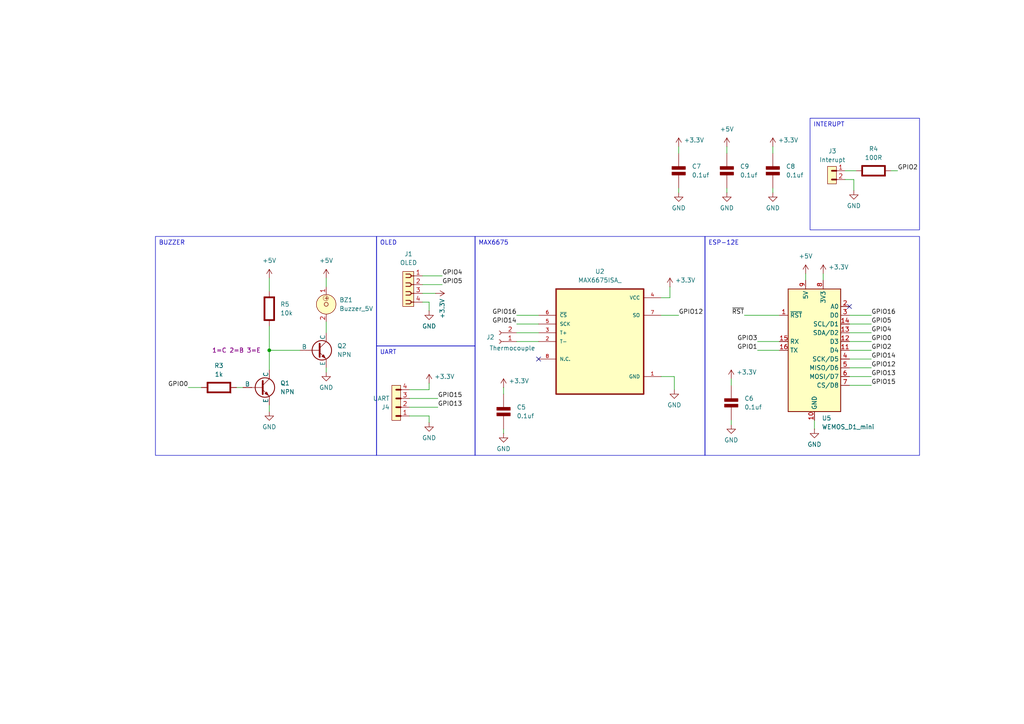
<source format=kicad_sch>
(kicad_sch (version 20250114) (generator "eeschema") (generator_version "9.0")
  (paper "A4")
  (lib_symbols
    (symbol "Connector:Conn_01x02_Socket" (pin_names (offset 1.016) (hide yes))
      (property "Reference" "J" (at 0 2.54 0))
      (property "Value" "Conn_01x02_Socket" (at 0 -5.08 0))
      (symbol "Conn_01x02_Socket_1_1"
        (polyline (pts (xy -1.27 0) (xy -0.508 0)) (stroke (width 0.1524)))
        (polyline (pts (xy -1.27 -2.54) (xy -0.508 -2.54)) (stroke (width 0.1524)))
        (arc (start 0 -0.508) (mid -0.5058 0) (end 0 0.508) (stroke (width 0.1524)))
        (arc (start 0 -3.048) (mid -0.5058 -2.54) (end 0 -2.032) (stroke (width 0.1524)))
        (pin passive line (at -5.08 0 0) (length 3.81) (name "Pin_1") (number "1"))
        (pin passive line (at -5.08 -2.54 0) (length 3.81) (name "Pin_2") (number "2"))
      )
    )
    (symbol "PCM_Elektuur:C" (pin_numbers (hide yes)) (pin_names (offset 0) (hide yes))
      (property "Reference" "C" (at 0.635 3.175 0))
      (property "Value" "C" (at 0.635 -3.175 0))
      (symbol "C_1_1"
        (rectangle (start -1.905 1.1938) (end 1.905 0.4318) (stroke (width 0.254)) (fill (type outline)))
        (rectangle (start -1.905 -0.4318) (end 1.905 -1.1938) (stroke (width 0.254)) (fill (type outline)))
        (pin passive line (at 0 5.08 270) (length 3.8862) (name "+") (number "1"))
        (pin passive line (at 0 -5.08 90) (length 3.8862) (name "-") (number "2"))
      )
      (symbol "C_1_2"
        (polyline (pts (xy -1.905 0.4318) (xy 1.905 0.4318) (xy 1.905 1.4986) (xy -1.905 1.4986) (xy -1.905 0.4318) (xy -1.8034 0.5334) (xy -1.8034 1.397) (xy 1.8034 1.397) (xy 1.8034 0.5334) (xy -1.8034 0.5334) (xy -1.905 0.4318)) (stroke (width 0.254)) (fill (type outline)))
        (polyline (pts (xy -1.905 -1.4986) (xy 1.905 -1.4986) (xy 1.905 -0.4318) (xy -1.905 -0.4318) (xy -1.905 -1.4986) (xy -1.8034 -1.397) (xy -1.8034 -0.5334) (xy 1.8034 -0.5334) (xy 1.8034 -1.397) (xy -1.8034 -1.397) (xy -1.905 -1.4986)) (stroke (width 0.254)) (fill (type outline)))
        (pin passive line (at 0 5.08 270) (length 3.5814) (name "+") (number "1"))
        (pin passive line (at 0 -5.08 90) (length 3.5814) (name "-") (number "2"))
      )
    )
    (symbol "PCM_Elektuur:R" (pin_numbers (hide yes)) (pin_names (offset 0) (hide yes))
      (property "Reference" "R" (at 2.54 3.175 0))
      (property "Value" "R" (at 0 0 90))
      (symbol "R_1_1"
        (polyline (pts (xy -1.524 -3.429) (xy 1.524 -3.429) (xy 1.524 3.429) (xy -1.524 3.429) (xy -1.524 -3.429) (xy -1.27 -3.175) (xy -1.27 3.175) (xy 1.27 3.175) (xy 1.27 -3.175) (xy -1.27 -3.175) (xy -1.524 -3.429)) (stroke (width 0.254)) (fill (type outline)))
        (pin passive line (at 0 5.08 270) (length 1.651) (name "+") (number "1"))
        (pin passive line (at 0 -5.08 90) (length 1.651) (name "-") (number "2"))
      )
      (symbol "R_1_2"
        (polyline (pts (xy -0.508 -3.429) (xy 1.524 -3.429) (xy 1.524 3.429) (xy -0.508 3.429) (xy -0.508 3.175) (xy 1.27 3.175) (xy 1.27 -3.175) (xy -0.508 -3.175) (xy -0.508 -3.429)) (stroke (width 0.254)) (fill (type outline)))
        (pin passive line (at 0 5.08 270) (length 1.651) (name "+") (number "1"))
        (pin passive line (at 0 -5.08 90) (length 1.651) (name "-") (number "2"))
      )
      (symbol "R_1_3"
        (polyline (pts (xy 0 3.4798) (xy 0 3.2004) (xy 0.7112 2.794) (xy -1.1938 1.6764) (xy 0.7112 0.5588) (xy -1.1938 -0.5588) (xy 0.7112 -1.6764) (xy -1.1938 -2.794) (xy 0 -3.4798) (xy 0 -3.2004) (xy -0.7112 -2.794) (xy 1.1938 -1.6764) (xy -0.7112 -0.5588) (xy 1.1938 0.5588) (xy -0.7112 1.6764) (xy 1.1938 2.794) (xy 0 3.4798)) (stroke (width 0.254)) (fill (type outline)))
        (pin passive line (at 0 5.08 270) (length 1.6002) (name "+") (number "1"))
        (pin passive line (at 0 -5.08 90) (length 1.6002) (name "-") (number "2"))
      )
      (symbol "R_1_4"
        (polyline (pts (xy 0 4.5466) (xy 0 4.2672) (xy 0.0508 4.2418) (xy 1.016 3.683) (xy -1.524 2.2098) (xy 1.016 0.7366) (xy -1.524 -0.7366) (xy 1.016 -2.2098) (xy -1.524 -3.683) (xy -0.0762 -4.5212) (xy 0 -4.5466) (xy 0 -4.2672) (xy -0.0508 -4.2418) (xy -1.016 -3.683) (xy 1.524 -2.2098) (xy -1.016 -0.7366) (xy 1.524 0.7366) (xy -1.016 2.2098) (xy 1.524 3.683) (xy 0.0762 4.5212) (xy 0 4.5466)) (stroke (width 0.254)) (fill (type outline)))
        (pin passive line (at 0 5.08 270) (length 0.5334) (name "+") (number "1"))
        (pin passive line (at 0 -5.08 90) (length 0.5334) (name "-") (number "2"))
      )
    )
    (symbol "PCM_SL_Devices:Buzzer_5V"
      (property "Reference" "BZ" (at 0 7.62 0))
      (property "Value" "Buzzer_5V" (at 0 5.08 0))
      (symbol "Buzzer_5V_0_0"
        (circle (center -1.778 -0.127) (radius 0.7405) (stroke (width 0.07)))
        (text "+" (at -1.778 0 0) (effects (font (size 1.27 1.27))))
      )
      (symbol "Buzzer_5V_0_1"
        (circle (center 0 0) (radius 0.568))
        (circle (center 0 0) (radius 2.8398) (fill (type background)))
      )
      (symbol "Buzzer_5V_1_1"
        (pin passive line (at -5.08 0 0) (length 2.2) (name "") (number "1"))
        (pin passive line (at 5.08 0 180) (length 2.2) (name "") (number "2"))
      )
    )
    (symbol "PCM_SL_Pin_Headers:PINHD_1x2_Male"
      (property "Reference" "J" (at 0 6.35 0))
      (property "Value" "PINHD_1x2_Male" (at 0 3.81 0))
      (symbol "PINHD_1x2_Male_0_1"
        (rectangle (start -1.27 2.54) (end 1.27 -2.54) (fill (type background)))
        (polyline (pts (xy -1.27 1.27) (xy 0 1.27)) (stroke (width 0.3)))
        (polyline (pts (xy -1.27 1.27) (xy 0 1.27)) (stroke (width 0.5)))
        (polyline (pts (xy -1.27 -1.27) (xy 0 -1.27)) (stroke (width 0.3)))
        (polyline (pts (xy -1.27 -1.27) (xy 0 -1.27)) (stroke (width 0.5)))
      )
      (symbol "PINHD_1x2_Male_1_1"
        (pin passive line (at -3.81 1.27 0) (length 2.54) (name "") (number "1"))
        (pin passive line (at -3.81 -1.27 0) (length 2.54) (name "") (number "2"))
      )
    )
    (symbol "PCM_SL_Pin_Headers:PINHD_1x4_Female"
      (property "Reference" "J" (at 0 10.16 0))
      (property "Value" "PINHD_1x4_Female" (at 0 7.62 0))
      (symbol "PINHD_1x4_Female_0_1"
        (rectangle (start -1.27 5.08) (end 1.905 -5.08) (fill (type background)))
        (polyline (pts (xy -1.27 3.81) (xy -0.508 3.81)) (stroke (width 0.25)))
        (polyline (pts (xy -1.27 1.27) (xy -0.508 1.27)) (stroke (width 0.25)))
        (polyline (pts (xy -1.27 -1.27) (xy -0.508 -1.27)) (stroke (width 0.25)))
        (polyline (pts (xy -1.27 -3.81) (xy -0.508 -3.81)) (stroke (width 0.25)))
        (polyline (pts (xy 0 4.318) (xy 1.016 4.318)) (stroke (width 0.25)))
        (arc (start -0.508 3.81) (mid -0.3592 4.1692) (end 0 4.318) (stroke (width 0.25)))
        (arc (start 0 3.302) (mid -0.3592 3.4508) (end -0.508 3.81) (stroke (width 0.25)))
        (polyline (pts (xy 0 3.302) (xy 1.016 3.302)) (stroke (width 0.25)))
        (polyline (pts (xy 0 1.778) (xy 1.016 1.778)) (stroke (width 0.25)))
        (arc (start -0.508 1.27) (mid -0.3592 1.6292) (end 0 1.778) (stroke (width 0.25)))
        (arc (start 0 0.762) (mid -0.3592 0.9108) (end -0.508 1.27) (stroke (width 0.25)))
        (polyline (pts (xy 0 0.762) (xy 1.016 0.762)) (stroke (width 0.25)))
        (polyline (pts (xy 0 -0.762) (xy 1.016 -0.762)) (stroke (width 0.25)))
        (arc (start -0.508 -1.27) (mid -0.3592 -0.9108) (end 0 -0.762) (stroke (width 0.25)))
        (arc (start 0 -1.778) (mid -0.3592 -1.6292) (end -0.508 -1.27) (stroke (width 0.25)))
        (polyline (pts (xy 0 -1.778) (xy 1.016 -1.778)) (stroke (width 0.25)))
        (polyline (pts (xy 0 -3.302) (xy 1.016 -3.302)) (stroke (width 0.25)))
        (arc (start -0.508 -3.81) (mid -0.3592 -3.4508) (end 0 -3.302) (stroke (width 0.25)))
        (arc (start 0 -4.318) (mid -0.3592 -4.1692) (end -0.508 -3.81) (stroke (width 0.25)))
        (polyline (pts (xy 0 -4.318) (xy 1.016 -4.318)) (stroke (width 0.25)))
      )
      (symbol "PINHD_1x4_Female_1_1"
        (pin passive line (at -3.81 3.81 0) (length 2.54) (name "") (number "1"))
        (pin passive line (at -3.81 1.27 0) (length 2.54) (name "") (number "2"))
        (pin passive line (at -3.81 -1.27 0) (length 2.54) (name "") (number "3"))
        (pin passive line (at -3.81 -3.81 0) (length 2.54) (name "") (number "4"))
      )
    )
    (symbol "PCM_SL_Pin_Headers:PINHD_1x4_Male"
      (property "Reference" "J" (at 0 8.89 0))
      (property "Value" "PINHD_1x4_Male" (at 0 6.35 0))
      (symbol "PINHD_1x4_Male_0_1"
        (rectangle (start -1.27 5.08) (end 1.27 -5.08) (fill (type background)))
        (polyline (pts (xy -1.27 3.81) (xy 0 3.81)) (stroke (width 0.3)))
        (polyline (pts (xy -1.27 3.81) (xy 0 3.81)) (stroke (width 0.5)))
        (polyline (pts (xy -1.27 1.27) (xy 0 1.27)) (stroke (width 0.3)))
        (polyline (pts (xy -1.27 1.27) (xy 0 1.27)) (stroke (width 0.5)))
        (polyline (pts (xy -1.27 -1.27) (xy 0 -1.27)) (stroke (width 0.3)))
        (polyline (pts (xy -1.27 -1.27) (xy 0 -1.27)) (stroke (width 0.5)))
        (polyline (pts (xy -1.27 -3.81) (xy 0 -3.81)) (stroke (width 0.3)))
        (polyline (pts (xy -1.27 -3.81) (xy 0 -3.81)) (stroke (width 0.5)))
      )
      (symbol "PINHD_1x4_Male_1_1"
        (pin passive line (at -3.81 3.81 0) (length 2.54) (name "") (number "1"))
        (pin passive line (at -3.81 1.27 0) (length 2.54) (name "") (number "2"))
        (pin passive line (at -3.81 -1.27 0) (length 2.54) (name "") (number "3"))
        (pin passive line (at -3.81 -3.81 0) (length 2.54) (name "") (number "4"))
      )
    )
    (symbol "RF_Module:WEMOS_D1_mini"
      (property "Reference" "U" (at 3.81 19.05 0))
      (property "Value" "WEMOS_D1_mini" (at 1.27 -19.05 0))
      (symbol "WEMOS_D1_mini_1_1"
        (rectangle (start -7.62 17.78) (end 7.62 -17.78) (stroke (width 0.254)) (fill (type background)))
        (pin input line (at -10.16 10.16 0) (length 2.54) (name "~{RST}") (number "1"))
        (pin input line (at -10.16 2.54 0) (length 2.54) (name "RX") (number "15"))
        (pin output line (at -10.16 0 0) (length 2.54) (name "TX") (number "16"))
        (pin power_in line (at -2.54 20.32 270) (length 2.54) (name "5V") (number "9"))
        (pin power_in line (at 0 -20.32 90) (length 2.54) (name "GND") (number "10"))
        (pin power_out line (at 2.54 20.32 270) (length 2.54) (name "3V3") (number "8"))
        (pin input line (at 10.16 12.7 180) (length 2.54) (name "A0") (number "2"))
        (pin bidirectional line (at 10.16 10.16 180) (length 2.54) (name "D0") (number "3"))
        (pin bidirectional line (at 10.16 7.62 180) (length 2.54) (name "SCL/D1") (number "14"))
        (pin bidirectional line (at 10.16 5.08 180) (length 2.54) (name "SDA/D2") (number "13"))
        (pin bidirectional line (at 10.16 2.54 180) (length 2.54) (name "D3") (number "12"))
        (pin bidirectional line (at 10.16 0 180) (length 2.54) (name "D4") (number "11"))
        (pin bidirectional line (at 10.16 -2.54 180) (length 2.54) (name "SCK/D5") (number "4"))
        (pin bidirectional line (at 10.16 -5.08 180) (length 2.54) (name "MISO/D6") (number "5"))
        (pin bidirectional line (at 10.16 -7.62 180) (length 2.54) (name "MOSI/D7") (number "6"))
        (pin bidirectional line (at 10.16 -10.16 180) (length 2.54) (name "CS/D8") (number "7"))
      )
    )
    (symbol "Simulation_SPICE:NPN" (pin_numbers (hide yes)) (pin_names (offset 0))
      (property "Reference" "Q" (at -2.54 7.62 0))
      (property "Value" "NPN" (at -2.54 5.08 0))
      (symbol "NPN_0_1"
        (polyline (pts (xy -2.54 0) (xy 0.635 0)) (stroke (width 0.1524)))
        (polyline (pts (xy 0.635 1.905) (xy 0.635 -1.905) (xy 0.635 -1.905)) (stroke (width 0.508)))
        (polyline (pts (xy 0.635 0.635) (xy 2.54 2.54)))
        (polyline (pts (xy 0.635 -0.635) (xy 2.54 -2.54) (xy 2.54 -2.54)))
        (circle (center 1.27 0) (radius 2.8194) (stroke (width 0.254)))
        (polyline (pts (xy 1.27 -1.778) (xy 1.778 -1.27) (xy 2.286 -2.286) (xy 1.27 -1.778) (xy 1.27 -1.778)) (fill (type outline)))
        (polyline (pts (xy 2.794 -1.27) (xy 2.794 -1.27)) (stroke (width 0.1524)))
        (polyline (pts (xy 2.794 -1.27) (xy 2.794 -1.27)) (stroke (width 0.1524)))
      )
      (symbol "NPN_1_1"
        (pin input line (at -5.08 0 0) (length 2.54) (name "B") (number "2"))
        (pin open_collector line (at 2.54 5.08 270) (length 2.54) (name "C") (number "1"))
        (pin open_emitter line (at 2.54 -5.08 90) (length 2.54) (name "E") (number "3"))
      )
    )
    (symbol "Snapeda:MAX6675ISA_" (pin_names (offset 1.016))
      (property "Reference" "U" (at -12.7 16.24 0))
      (property "Value" "MAX6675ISA_" (at -12.7 -19.24 0))
      (symbol "MAX6675ISA__0_0"
        (rectangle (start -12.7 -15.24) (end 12.7 15.24) (stroke (width 0.41)) (fill (type background)))
        (pin input line (at -17.78 7.62 0) (length 5.08) (name "~{CS}") (number "6"))
        (pin input line (at -17.78 5.08 0) (length 5.08) (name "SCK") (number "5"))
        (pin input line (at -17.78 2.54 0) (length 5.08) (name "T+") (number "3"))
        (pin input line (at -17.78 0 0) (length 5.08) (name "T-") (number "2"))
        (pin bidirectional line (at -17.78 -5.08 0) (length 5.08) (name "N.C.") (number "8"))
        (pin power_in line (at 17.78 12.7 180) (length 5.08) (name "VCC") (number "4"))
        (pin output line (at 17.78 7.62 180) (length 5.08) (name "SO") (number "7"))
        (pin power_in line (at 17.78 -10.16 180) (length 5.08) (name "GND") (number "1"))
      )
    )
    (symbol "power:+3.3V" (power) (pin_numbers (hide yes)) (pin_names (offset 0) (hide yes))
      (property "Value" "+3.3V" (at 0 3.556 0))
      (symbol "+3.3V_0_1"
        (polyline (pts (xy -0.762 1.27) (xy 0 2.54)))
        (polyline (pts (xy 0 2.54) (xy 0.762 1.27)))
        (polyline (pts (xy 0 0) (xy 0 2.54)))
      )
      (symbol "+3.3V_1_1"
        (pin power_in line (at 0 0 90) (length 0) (name "~") (number "1"))
      )
    )
    (symbol "power:+5V" (power) (pin_numbers (hide yes)) (pin_names (offset 0) (hide yes))
      (property "Value" "+5V" (at 0 3.556 0))
      (symbol "+5V_0_1"
        (polyline (pts (xy -0.762 1.27) (xy 0 2.54)))
        (polyline (pts (xy 0 2.54) (xy 0.762 1.27)))
        (polyline (pts (xy 0 0) (xy 0 2.54)))
      )
      (symbol "+5V_1_1"
        (pin power_in line (at 0 0 90) (length 0) (name "~") (number "1"))
      )
    )
    (symbol "power:GND" (power) (pin_numbers (hide yes)) (pin_names (offset 0) (hide yes))
      (property "Value" "GND" (at 0 -3.81 0))
      (symbol "GND_0_1"
        (polyline (pts (xy 0 0) (xy 0 -1.27) (xy 1.27 -1.27) (xy 0 -2.54) (xy -1.27 -1.27) (xy 0 -1.27)))
      )
      (symbol "GND_1_1"
        (pin power_in line (at 0 0 270) (length 0) (name "~") (number "1"))
      )
    )
  )
  (text_box "UART" (at 109.22 100.33 0) (size 28.575 31.75) (margins 0.9525 0.9525 0.9525 0.9525) (effects (font (size 1.27 1.27)) (justify left top)))
  (text_box "BUZZER" (at 45.085 68.58 0) (size 64.135 63.5) (margins 0.9525 0.9525 0.9525 0.9525) (effects (font (size 1.27 1.27)) (justify left top)))
  (text_box "MAX6675" (at 137.795 68.58 0) (size 66.675 63.5) (margins 0.9525 0.9525 0.9525 0.9525) (effects (font (size 1.27 1.27)) (justify left top)))
  (text_box "INTERUPT" (at 234.95 34.29 0) (size 31.75 32.385) (margins 0.9525 0.9525 0.9525 0.9525) (effects (font (size 1.27 1.27)) (justify left top)))
  (text_box "ESP-12E" (at 204.47 68.58 0) (size 62.23 63.5) (margins 0.9525 0.9525 0.9525 0.9525) (effects (font (size 1.27 1.27)) (justify left top)))
  (text_box "OLED\n" (at 109.22 68.58 0) (size 28.575 31.75) (margins 0.9525 0.9525 0.9525 0.9525) (effects (font (size 1.27 1.27)) (justify left top)))
  (junction (at 78.105 101.6))
  (no_connect (at 156.21 104.14))
  (no_connect (at 246.38 88.9))
  (wire (pts (xy 124.46 113.03) (xy 124.46 111.125)))
  (wire (pts (xy 194.31 86.36) (xy 194.31 83.185)))
  (wire (pts (xy 195.58 109.22) (xy 191.77 109.22)))
  (wire (pts (xy 215.9 91.44) (xy 226.06 91.44)))
  (wire (pts (xy 78.105 101.6) (xy 86.995 101.6)))
  (wire (pts (xy 149.86 91.44) (xy 156.21 91.44)))
  (wire (pts (xy 94.615 83.185) (xy 94.615 80.645)))
  (wire (pts (xy 124.46 87.63) (xy 122.555 87.63)))
  (wire (pts (xy 247.65 55.245) (xy 247.65 52.07)))
  (wire (pts (xy 246.38 99.06) (xy 252.73 99.06)))
  (wire (pts (xy 246.38 106.68) (xy 252.73 106.68)))
  (wire (pts (xy 246.38 96.52) (xy 252.73 96.52)))
  (wire (pts (xy 118.745 118.11) (xy 127 118.11)))
  (wire (pts (xy 54.61 112.395) (xy 58.42 112.395)))
  (wire (pts (xy 246.38 101.6) (xy 252.73 101.6)))
  (wire (pts (xy 233.68 79.375) (xy 233.68 81.28)))
  (wire (pts (xy 124.46 90.17) (xy 124.46 87.63)))
  (wire (pts (xy 224.155 42.545) (xy 224.155 44.45)))
  (wire (pts (xy 247.65 52.07) (xy 245.11 52.07)))
  (wire (pts (xy 122.555 80.01) (xy 128.27 80.01)))
  (wire (pts (xy 212.09 109.855) (xy 212.09 111.76)))
  (wire (pts (xy 149.86 96.52) (xy 156.21 96.52)))
  (wire (pts (xy 226.06 101.6) (xy 219.71 101.6)))
  (wire (pts (xy 149.86 99.06) (xy 156.21 99.06)))
  (wire (pts (xy 118.745 115.57) (xy 127 115.57)))
  (wire (pts (xy 122.555 85.09) (xy 126.365 85.09)))
  (wire (pts (xy 149.86 93.98) (xy 156.21 93.98)))
  (wire (pts (xy 245.11 49.53) (xy 248.285 49.53)))
  (wire (pts (xy 195.58 113.03) (xy 195.58 109.22)))
  (wire (pts (xy 191.77 86.36) (xy 194.31 86.36)))
  (wire (pts (xy 146.05 124.46) (xy 146.05 125.73)))
  (wire (pts (xy 236.22 121.92) (xy 236.22 124.46)))
  (wire (pts (xy 224.155 54.61) (xy 224.155 55.88)))
  (wire (pts (xy 238.76 79.375) (xy 238.76 81.28)))
  (wire (pts (xy 210.82 42.545) (xy 210.82 44.45)))
  (wire (pts (xy 226.06 99.06) (xy 219.71 99.06)))
  (wire (pts (xy 212.09 121.92) (xy 212.09 123.19)))
  (wire (pts (xy 118.745 120.65) (xy 124.46 120.65)))
  (wire (pts (xy 246.38 111.76) (xy 252.73 111.76)))
  (wire (pts (xy 124.46 122.555) (xy 124.46 120.65)))
  (wire (pts (xy 94.615 93.345) (xy 94.615 96.52)))
  (wire (pts (xy 191.77 91.44) (xy 196.85 91.44)))
  (wire (pts (xy 146.05 112.395) (xy 146.05 114.3)))
  (wire (pts (xy 246.38 109.22) (xy 252.73 109.22)))
  (wire (pts (xy 196.85 54.61) (xy 196.85 55.88)))
  (wire (pts (xy 78.105 94.615) (xy 78.105 101.6)))
  (wire (pts (xy 246.38 93.98) (xy 252.73 93.98)))
  (wire (pts (xy 210.82 54.61) (xy 210.82 55.88)))
  (wire (pts (xy 78.105 117.475) (xy 78.105 119.38)))
  (wire (pts (xy 68.58 112.395) (xy 70.485 112.395)))
  (wire (pts (xy 122.555 82.55) (xy 128.27 82.55)))
  (wire (pts (xy 246.38 104.14) (xy 252.73 104.14)))
  (wire (pts (xy 94.615 106.68) (xy 94.615 107.95)))
  (wire (pts (xy 246.38 91.44) (xy 252.73 91.44)))
  (wire (pts (xy 118.745 113.03) (xy 124.46 113.03)))
  (wire (pts (xy 258.445 49.53) (xy 260.35 49.53)))
  (wire (pts (xy 78.105 80.645) (xy 78.105 84.455)))
  (wire (pts (xy 196.85 42.545) (xy 196.85 44.45)))
  (wire (pts (xy 78.105 101.6) (xy 78.105 107.315)))
  (label "GPIO14" (at 252.73 104.14 0))
  (label "GPIO13" (at 127 118.11 0))
  (label "~{RST}" (at 215.9 91.44 180))
  (label "GPIO15" (at 252.73 111.76 0))
  (label "GPIO3" (at 219.71 99.06 180))
  (label "GPIO16" (at 252.73 91.44 0))
  (label "GPIO4" (at 128.27 80.01 0))
  (label "GPIO2" (at 260.35 49.53 0))
  (label "GPIO15" (at 127 115.57 0))
  (label "GPIO16" (at 149.86 91.44 180))
  (label "GPIO2" (at 252.73 101.6 0))
  (label "GPIO12" (at 252.73 106.68 0))
  (label "GPIO5" (at 128.27 82.55 0))
  (label "GPIO0" (at 54.61 112.395 180))
  (label "GPIO13" (at 252.73 109.22 0))
  (label "GPIO14" (at 149.86 93.98 180))
  (label "GPIO0" (at 252.73 99.06 0))
  (label "GPIO12" (at 196.85 91.44 0))
  (label "GPIO5" (at 252.73 93.98 0))
  (label "GPIO4" (at 252.73 96.52 0))
  (label "GPIO1" (at 219.71 101.6 180))
  (symbol (lib_id "PCM_Elektuur:R") (at 78.105 89.535 180) (unit 1)
    (property "Reference" "R5" (at 81.28 88.2649 0) (effects (justify right)))
    (property "Value" "10k" (at 81.28 90.8049 0) (effects (justify right)))
    (property "Footprint" "Resistor_THT:R_Axial_DIN0207_L6.3mm_D2.5mm_P10.16mm_Horizontal" (effects (hide yes)))
    (property "Description" "resistor" (effects (hide yes)))
    (property "Indicator" "+" (effects (hide yes)))
    (property "Rating" "W" (effects (hide yes)))
  )
  (symbol (lib_id "PCM_Elektuur:C") (at 224.155 49.53 0) (unit 1)
    (property "Reference" "C8" (at 227.965 48.2599 0) (effects (justify left)))
    (property "Value" "0.1uf" (at 227.965 50.7999 0) (effects (justify left)))
    (property "Footprint" "Capacitor_SMD:C_1206_3216Metric_Pad1.33x1.80mm_HandSolder" (effects (hide yes)))
    (property "Description" "capacitor, non-polarized/bipolar" (effects (hide yes)))
    (property "Indicator" "+" (effects (hide yes)))
    (property "Rating" "V" (effects (hide yes)))
  )
  (symbol (lib_id "power:+5V") (at 210.82 42.545 0) (unit 1)
    (property "Reference" "#PWR03" (effects (hide yes)))
    (property "Value" "+5V" (at 210.82 37.465 0))
    (property "Description" "Power symbol creates a global label with name \"+5V\"" (effects (hide yes)))
  )
  (symbol (lib_id "Connector:Conn_01x02_Socket") (at 144.78 99.06 180) (unit 1)
    (property "Reference" "J2" (at 142.24 97.79 0))
    (property "Value" "Thermocouple" (at 148.59 100.965 0))
    (property "Footprint" "TerminalBlock_MetzConnect:TerminalBlock_MetzConnect_Type175_RT02702HBLC_1x02_P7.50mm_Horizontal" (effects (hide yes)))
    (property "Description" "Generic connector, single row, 01x02, script generated" (effects (hide yes)))
  )
  (symbol (lib_id "power:+3.3V") (at 124.46 111.125 0) (unit 1)
    (property "Reference" "#PWR09" (effects (hide yes)))
    (property "Value" "+3.3V" (at 128.905 109.22 0))
    (property "Description" "Power symbol creates a global label with name \"+3.3V\"" (effects (hide yes)))
  )
  (symbol (lib_id "RF_Module:WEMOS_D1_mini") (at 236.22 101.6 0) (unit 1)
    (property "Reference" "U5" (at 238.3633 121.285 0) (effects (justify left)))
    (property "Value" "WEMOS_D1_mini" (at 238.3633 123.825 0) (effects (justify left)))
    (property "Footprint" "RF_Module:WEMOS_D1_mini_light" (effects (hide yes)))
    (property "Datasheet" "https://wiki.wemos.cc/products:d1:d1_mini#documentation" (effects (hide yes)))
    (property "Description" "32-bit microcontroller module with WiFi" (effects (hide yes)))
  )
  (symbol (lib_id "power:GND") (at 224.155 55.88 0) (mirror y) (unit 1)
    (property "Reference" "#PWR027" (effects (hide yes)))
    (property "Value" "GND" (at 224.155 60.325 0))
    (property "Description" "Power symbol creates a global label with name \"GND\" , ground" (effects (hide yes)))
  )
  (symbol (lib_id "Simulation_SPICE:NPN") (at 75.565 112.395 0) (unit 1)
    (property "Reference" "Q1" (at 81.28 111.1249 0) (effects (justify left)))
    (property "Value" "NPN" (at 81.28 113.6649 0) (effects (justify left)))
    (property "Footprint" "Package_TO_SOT_SMD:SOT-23-3" (effects (hide yes)))
    (property "Datasheet" "https://ngspice.sourceforge.io/docs/ngspice-html-manual/manual.xhtml#cha_BJTs" (effects (hide yes)))
    (property "Description" "Bipolar transistor symbol for simulation only, substrate tied to the emitter" (effects (hide yes)))
    (property "Sim.Device" "NPN" (effects (hide yes)))
    (property "Sim.Type" "GUMMELPOON" (effects (hide yes)))
    (property "Sim.Pins" "1=C 2=B 3=E" (at 68.58 101.6 0))
  )
  (symbol (lib_id "power:GND") (at 236.22 124.46 0) (mirror y) (unit 1)
    (property "Reference" "#PWR02" (effects (hide yes)))
    (property "Value" "GND" (at 236.22 128.905 0))
    (property "Description" "Power symbol creates a global label with name \"GND\" , ground" (effects (hide yes)))
  )
  (symbol (lib_id "Simulation_SPICE:NPN") (at 92.075 101.6 0) (unit 1)
    (property "Reference" "Q2" (at 97.79 100.3299 0) (effects (justify left)))
    (property "Value" "NPN" (at 97.79 102.8699 0) (effects (justify left)))
    (property "Footprint" "Package_TO_SOT_SMD:SOT-23-3" (effects (hide yes)))
    (property "Datasheet" "https://ngspice.sourceforge.io/docs/ngspice-html-manual/manual.xhtml#cha_BJTs" (effects (hide yes)))
    (property "Description" "Bipolar transistor symbol for simulation only, substrate tied to the emitter" (effects (hide yes)))
    (property "Sim.Device" "NPN" (effects (hide yes)))
    (property "Sim.Type" "GUMMELPOON" (effects (hide yes)))
    (property "Sim.Pins" "1=C 2=B 3=E" (effects (hide yes)))
  )
  (symbol (lib_id "power:GND") (at 210.82 55.88 0) (mirror y) (unit 1)
    (property "Reference" "#PWR029" (effects (hide yes)))
    (property "Value" "GND" (at 210.82 60.325 0))
    (property "Description" "Power symbol creates a global label with name \"GND\" , ground" (effects (hide yes)))
  )
  (symbol (lib_id "PCM_Elektuur:R") (at 63.5 112.395 90) (unit 1)
    (property "Reference" "R3" (at 63.5 106.045 90))
    (property "Value" "1k" (at 63.5 108.585 90))
    (property "Footprint" "Resistor_SMD:R_1206_3216Metric_Pad1.30x1.75mm_HandSolder" (effects (hide yes)))
    (property "Description" "resistor" (effects (hide yes)))
    (property "Indicator" "+" (effects (hide yes)))
    (property "Rating" "W" (effects (hide yes)))
  )
  (symbol (lib_id "PCM_Elektuur:R") (at 253.365 49.53 90) (unit 1)
    (property "Reference" "R4" (at 253.365 43.18 90))
    (property "Value" "100R" (at 253.365 45.72 90))
    (property "Footprint" "Resistor_THT:R_Axial_DIN0207_L6.3mm_D2.5mm_P10.16mm_Horizontal" (effects (hide yes)))
    (property "Description" "resistor" (effects (hide yes)))
    (property "Indicator" "+" (effects (hide yes)))
    (property "Rating" "W" (effects (hide yes)))
  )
  (symbol (lib_id "power:+5V") (at 233.68 79.375 0) (unit 1)
    (property "Reference" "#PWR01" (effects (hide yes)))
    (property "Value" "+5V" (at 233.68 74.295 0))
    (property "Description" "Power symbol creates a global label with name \"+5V\"" (effects (hide yes)))
  )
  (symbol (lib_id "Snapeda:MAX6675ISA_") (at 173.99 99.06 0) (unit 1)
    (property "Reference" "U2" (at 173.99 78.74 0))
    (property "Value" "MAX6675ISA_" (at 173.99 81.28 0))
    (property "Footprint" "Snapeda:MAX6675ISA__SOIC127P600X175-8N" (effects (hide yes)))
    (property "MF" "Analog Devices" (effects (hide yes)))
    (property "Description_1" "IC CONV THERMO TO DIGITAL 8SOIC" (effects (hide yes)))
    (property "Package" "SOIC-8 Maxim" (effects (hide yes)))
    (property "Price" "None" (effects (hide yes)))
    (property "SnapEDA_Link" "https://www.snapeda.com/parts/MAX6675ISA/Analog+Devices/view-part/?ref=snap" (effects (hide yes)))
    (property "MP" "MAX6675ISA" (effects (hide yes)))
    (property "Availability" "In Stock" (effects (hide yes)))
    (property "Check_prices" "https://www.snapeda.com/parts/MAX6675ISA/Analog+Devices/view-part/?ref=eda" (effects (hide yes)))
  )
  (symbol (lib_id "power:+5V") (at 78.105 80.645 0) (unit 1)
    (property "Reference" "#PWR018" (effects (hide yes)))
    (property "Value" "+5V" (at 78.105 75.565 0))
    (property "Description" "Power symbol creates a global label with name \"+5V\"" (effects (hide yes)))
  )
  (symbol (lib_id "power:GND") (at 124.46 90.17 0) (mirror y) (unit 1)
    (property "Reference" "#PWR08" (effects (hide yes)))
    (property "Value" "GND" (at 124.46 94.615 0))
    (property "Description" "Power symbol creates a global label with name \"GND\" , ground" (effects (hide yes)))
  )
  (symbol (lib_id "power:GND") (at 94.615 107.95 0) (mirror y) (unit 1)
    (property "Reference" "#PWR012" (effects (hide yes)))
    (property "Value" "GND" (at 94.615 112.395 0))
    (property "Description" "Power symbol creates a global label with name \"GND\" , ground" (effects (hide yes)))
  )
  (symbol (lib_id "PCM_SL_Devices:Buzzer_5V") (at 94.615 88.265 270) (unit 1)
    (property "Reference" "BZ1" (at 98.425 86.9949 90) (effects (justify left)))
    (property "Value" "Buzzer_5V" (at 98.425 89.5349 90) (effects (justify left)))
    (property "Footprint" "Buzzer_Beeper:Buzzer_12x9.5RM7.6" (effects (hide yes)))
    (property "Description" "Buzzer 5V" (effects (hide yes)))
  )
  (symbol (lib_id "PCM_Elektuur:C") (at 212.09 116.84 0) (unit 1)
    (property "Reference" "C6" (at 215.9 115.5699 0) (effects (justify left)))
    (property "Value" "0.1uf" (at 215.9 118.1099 0) (effects (justify left)))
    (property "Footprint" "Capacitor_SMD:C_1206_3216Metric_Pad1.33x1.80mm_HandSolder" (effects (hide yes)))
    (property "Description" "capacitor, non-polarized/bipolar" (effects (hide yes)))
    (property "Indicator" "+" (effects (hide yes)))
    (property "Rating" "V" (effects (hide yes)))
  )
  (symbol (lib_id "power:GND") (at 78.105 119.38 0) (mirror y) (unit 1)
    (property "Reference" "#PWR011" (effects (hide yes)))
    (property "Value" "GND" (at 78.105 123.825 0))
    (property "Description" "Power symbol creates a global label with name \"GND\" , ground" (effects (hide yes)))
  )
  (symbol (lib_id "power:GND") (at 195.58 113.03 0) (mirror y) (unit 1)
    (property "Reference" "#PWR06" (effects (hide yes)))
    (property "Value" "GND" (at 195.58 117.475 0))
    (property "Description" "Power symbol creates a global label with name \"GND\" , ground" (effects (hide yes)))
  )
  (symbol (lib_id "power:+5V") (at 94.615 80.645 0) (unit 1)
    (property "Reference" "#PWR017" (effects (hide yes)))
    (property "Value" "+5V" (at 94.615 75.565 0))
    (property "Description" "Power symbol creates a global label with name \"+5V\"" (effects (hide yes)))
  )
  (symbol (lib_id "power:GND") (at 146.05 125.73 0) (mirror y) (unit 1)
    (property "Reference" "#PWR020" (effects (hide yes)))
    (property "Value" "GND" (at 146.05 130.175 0))
    (property "Description" "Power symbol creates a global label with name \"GND\" , ground" (effects (hide yes)))
  )
  (symbol (lib_id "PCM_SL_Pin_Headers:PINHD_1x2_Male") (at 241.3 50.8 0) (mirror y) (unit 1)
    (property "Reference" "J3" (at 241.425 43.815 0))
    (property "Value" "Interupt" (at 241.425 46.355 0))
    (property "Footprint" "Connector_PinHeader_2.54mm:PinHeader_1x02_P2.54mm_Vertical" (effects (hide yes)))
    (property "Description" "Pin Header male with pin space 2.54mm. Pin Count -2" (effects (hide yes)))
  )
  (symbol (lib_id "power:+3.3V") (at 224.155 42.545 0) (unit 1)
    (property "Reference" "#PWR026" (effects (hide yes)))
    (property "Value" "+3.3V" (at 228.6 40.64 0))
    (property "Description" "Power symbol creates a global label with name \"+3.3V\"" (effects (hide yes)))
  )
  (symbol (lib_id "power:GND") (at 124.46 122.555 0) (mirror y) (unit 1)
    (property "Reference" "#PWR010" (effects (hide yes)))
    (property "Value" "GND" (at 124.46 127 0))
    (property "Description" "Power symbol creates a global label with name \"GND\" , ground" (effects (hide yes)))
  )
  (symbol (lib_id "PCM_SL_Pin_Headers:PINHD_1x4_Male") (at 114.935 116.84 180) (unit 1)
    (property "Reference" "J4" (at 113.03 118.1101 0) (effects (justify left)))
    (property "Value" "UART" (at 113.03 115.5701 0) (effects (justify left)))
    (property "Footprint" "Connector_PinHeader_2.54mm:PinHeader_1x04_P2.54mm_Vertical" (effects (hide yes)))
    (property "Description" "Pin Header male with pin space 2.54mm. Pin Count -4" (effects (hide yes)))
  )
  (symbol (lib_id "power:+3.3V") (at 196.85 42.545 0) (unit 1)
    (property "Reference" "#PWR024" (effects (hide yes)))
    (property "Value" "+3.3V" (at 201.295 40.64 0))
    (property "Description" "Power symbol creates a global label with name \"+3.3V\"" (effects (hide yes)))
  )
  (symbol (lib_id "power:+3.3V") (at 126.365 85.09 270) (unit 1)
    (property "Reference" "#PWR07" (effects (hide yes)))
    (property "Value" "+3.3V" (at 128.27 89.535 0))
    (property "Description" "Power symbol creates a global label with name \"+3.3V\"" (effects (hide yes)))
  )
  (symbol (lib_id "PCM_Elektuur:C") (at 196.85 49.53 0) (unit 1)
    (property "Reference" "C7" (at 200.66 48.2599 0) (effects (justify left)))
    (property "Value" "0.1uf" (at 200.66 50.7999 0) (effects (justify left)))
    (property "Footprint" "Capacitor_SMD:C_1206_3216Metric_Pad1.33x1.80mm_HandSolder" (effects (hide yes)))
    (property "Description" "capacitor, non-polarized/bipolar" (effects (hide yes)))
    (property "Indicator" "+" (effects (hide yes)))
    (property "Rating" "V" (effects (hide yes)))
  )
  (symbol (lib_id "power:+3.3V") (at 194.31 83.185 0) (unit 1)
    (property "Reference" "#PWR05" (effects (hide yes)))
    (property "Value" "+3.3V" (at 198.755 81.28 0))
    (property "Description" "Power symbol creates a global label with name \"+3.3V\"" (effects (hide yes)))
  )
  (symbol (lib_id "power:GND") (at 247.65 55.245 0) (mirror y) (unit 1)
    (property "Reference" "#PWR013" (effects (hide yes)))
    (property "Value" "GND" (at 247.65 59.69 0))
    (property "Description" "Power symbol creates a global label with name \"GND\" , ground" (effects (hide yes)))
  )
  (symbol (lib_id "power:+3.3V") (at 238.76 79.375 0) (unit 1)
    (property "Reference" "#PWR016" (effects (hide yes)))
    (property "Value" "+3.3V" (at 243.205 77.47 0))
    (property "Description" "Power symbol creates a global label with name \"+3.3V\"" (effects (hide yes)))
  )
  (symbol (lib_id "PCM_SL_Pin_Headers:PINHD_1x4_Female") (at 118.745 83.82 0) (mirror y) (unit 1)
    (property "Reference" "J1" (at 118.49 73.66 0))
    (property "Value" "OLED" (at 118.49 76.2 0))
    (property "Footprint" "Connector_PinSocket_2.54mm:PinSocket_1x04_P2.54mm_Vertical" (effects (hide yes)))
    (property "Description" "Pin Header female with pin space 2.54mm. Pin Count -4" (effects (hide yes)))
  )
  (symbol (lib_id "power:+3.3V") (at 212.09 109.855 0) (unit 1)
    (property "Reference" "#PWR022" (effects (hide yes)))
    (property "Value" "+3.3V" (at 216.535 107.95 0))
    (property "Description" "Power symbol creates a global label with name \"+3.3V\"" (effects (hide yes)))
  )
  (symbol (lib_id "power:+3.3V") (at 146.05 112.395 0) (unit 1)
    (property "Reference" "#PWR021" (effects (hide yes)))
    (property "Value" "+3.3V" (at 150.495 110.49 0))
    (property "Description" "Power symbol creates a global label with name \"+3.3V\"" (effects (hide yes)))
  )
  (symbol (lib_id "power:GND") (at 196.85 55.88 0) (mirror y) (unit 1)
    (property "Reference" "#PWR025" (effects (hide yes)))
    (property "Value" "GND" (at 196.85 60.325 0))
    (property "Description" "Power symbol creates a global label with name \"GND\" , ground" (effects (hide yes)))
  )
  (symbol (lib_id "power:GND") (at 212.09 123.19 0) (mirror y) (unit 1)
    (property "Reference" "#PWR023" (effects (hide yes)))
    (property "Value" "GND" (at 212.09 127.635 0))
    (property "Description" "Power symbol creates a global label with name \"GND\" , ground" (effects (hide yes)))
  )
  (symbol (lib_id "PCM_Elektuur:C") (at 210.82 49.53 0) (unit 1)
    (property "Reference" "C9" (at 214.63 48.2599 0) (effects (justify left)))
    (property "Value" "0.1uf" (at 214.63 50.7999 0) (effects (justify left)))
    (property "Footprint" "Capacitor_SMD:C_1206_3216Metric_Pad1.33x1.80mm_HandSolder" (effects (hide yes)))
    (property "Description" "capacitor, non-polarized/bipolar" (effects (hide yes)))
    (property "Indicator" "+" (effects (hide yes)))
    (property "Rating" "V" (effects (hide yes)))
  )
  (symbol (lib_id "PCM_Elektuur:C") (at 146.05 119.38 0) (unit 1)
    (property "Reference" "C5" (at 149.86 118.1099 0) (effects (justify left)))
    (property "Value" "0.1uf" (at 149.86 120.6499 0) (effects (justify left)))
    (property "Footprint" "Capacitor_SMD:C_1206_3216Metric_Pad1.33x1.80mm_HandSolder" (effects (hide yes)))
    (property "Description" "capacitor, non-polarized/bipolar" (effects (hide yes)))
    (property "Indicator" "+" (effects (hide yes)))
    (property "Rating" "V" (effects (hide yes)))
  )
)
</source>
